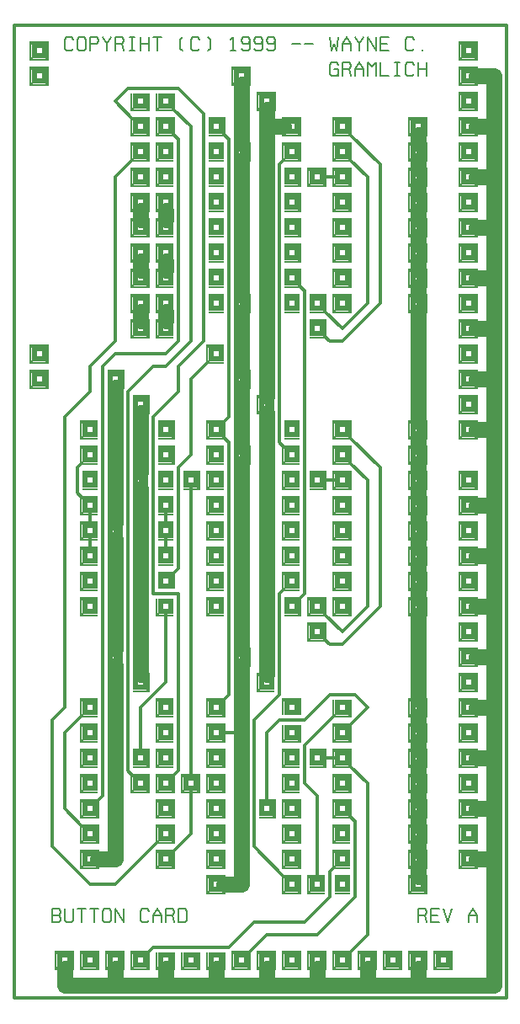
<source format=gtl>
%MOIN*%
%FSLAX23Y23*%
%ADD10C,.012*%
%ADD11C,.062*%
%ADD12C,.050X.024*%
%ADD13R,.062X.062X.024*%
%ADD14C,.016*%
%ADD15R,.008X.062*%
%ADD16R,.062X.008*%
%ADD17C,.008*%
%LPD*%
G90*X0Y0D02*X200Y50D02*D11*X400D01*X600D01*       
X800D01*X1000D01*X1200D01*X1400D01*X1600D01*      
X1900D01*Y550D01*X1831D01*D13*X1800D03*D14*       
X1831Y581D03*Y519D03*X1769Y581D03*Y519D03*D15*    
X1835Y550D03*X1765D03*D16*X1800Y585D03*Y515D03*   
X1900Y550D02*D11*Y750D01*X1831D01*D13*X1800D03*   
D14*X1831Y781D03*Y719D03*X1769Y781D03*Y719D03*D15*
X1835Y750D03*X1765D03*D16*X1800Y785D03*Y715D03*   
X1900Y750D02*D11*Y950D01*X1831D01*D13*X1800D03*   
D14*X1831Y981D03*Y919D03*X1769Y981D03*Y919D03*D15*
X1835Y950D03*X1765D03*D16*X1800Y985D03*Y915D03*   
X1900Y950D02*D11*Y1150D01*X1831D01*D13*X1800D03*  
D14*X1831Y1181D03*Y1119D03*X1769Y1181D03*Y1119D03*
D15*X1835Y1150D03*X1765D03*D16*X1800Y1185D03*     
Y1115D03*X1900Y1150D02*D11*Y1350D01*X1831D01*D13* 
X1800D03*D14*X1831Y1381D03*Y1319D03*X1769Y1381D03*
Y1319D03*D15*X1835Y1350D03*X1765D03*D16*          
X1800Y1385D03*Y1315D03*X1900Y1350D02*D11*Y1550D01*
X1831D01*D13*X1800D03*D14*X1831Y1581D03*Y1519D03* 
X1769Y1581D03*Y1519D03*D15*X1835Y1550D03*X1765D03*
D16*X1800Y1585D03*Y1515D03*X1900Y1550D02*D11*     
Y1750D01*X1831D01*D13*X1800D03*D14*X1831Y1781D03* 
Y1719D03*X1769Y1781D03*Y1719D03*D15*X1835Y1750D03*
X1765D03*D16*X1800Y1785D03*Y1715D03*X1900Y1750D02*
D11*Y1950D01*X1831D01*D13*X1800D03*D14*           
X1831Y1981D03*Y1919D03*X1769Y1981D03*Y1919D03*D15*
X1835Y1950D03*X1765D03*D16*X1800Y1985D03*Y1915D03*
X1900Y1950D02*D11*Y2250D01*X1831D01*D13*X1800D03* 
D14*X1831Y2281D03*Y2219D03*X1769Y2281D03*Y2219D03*
D15*X1835Y2250D03*X1765D03*D16*X1800Y2285D03*     
Y2215D03*X1900Y2250D02*D11*Y2450D01*X1831D01*D13* 
X1800D03*D14*X1831Y2481D03*Y2419D03*X1769Y2481D03*
Y2419D03*D15*X1835Y2450D03*X1765D03*D16*          
X1800Y2485D03*Y2415D03*X1900Y2450D02*D11*Y2650D01*
X1831D01*D13*X1800D03*D14*X1831Y2681D03*Y2619D03* 
X1769Y2681D03*Y2619D03*D15*X1835Y2650D03*X1765D03*
D16*X1800Y2685D03*Y2615D03*X1900Y2650D02*D11*     
Y2850D01*X1831D01*D13*X1800D03*D14*X1831Y2881D03* 
Y2819D03*X1769Y2881D03*Y2819D03*D15*X1835Y2850D03*
X1765D03*D16*X1800Y2885D03*Y2815D03*X1900Y2850D02*
D11*Y3050D01*X1831D01*D13*X1800D03*D14*           
X1831Y3081D03*Y3019D03*X1769Y3081D03*Y3019D03*D15*
X1835Y3050D03*X1765D03*D16*X1800Y3085D03*Y3015D03*
X1900Y3050D02*D11*Y3250D01*X1831D01*D13*X1800D03* 
D14*X1831Y3281D03*Y3219D03*X1769Y3281D03*Y3219D03*
D15*X1835Y3250D03*X1765D03*D16*X1800Y3285D03*     
Y3215D03*X1900Y3250D02*D11*Y3450D01*X1831D01*D13* 
X1800D03*D14*X1831Y3481D03*Y3419D03*X1769Y3481D03*
Y3419D03*D15*X1835Y3450D03*X1765D03*D16*          
X1800Y3485D03*Y3415D03*X1900Y3450D02*D11*Y3650D01*
X1831D01*D13*X1800D03*D14*X1831Y3681D03*Y3619D03* 
X1769Y3681D03*Y3619D03*D15*X1835Y3650D03*X1765D03*
D16*X1800Y3685D03*Y3615D03*D13*Y3750D03*D14*      
X1831Y3781D03*Y3719D03*X1769Y3781D03*Y3719D03*D15*
X1835Y3750D03*X1765D03*D16*X1800Y3785D03*Y3715D03*
D13*Y3550D03*D14*X1831Y3581D03*Y3519D03*          
X1769Y3581D03*Y3519D03*D15*X1835Y3550D03*X1765D03*
D16*X1800Y3585D03*Y3515D03*D13*X1600Y3450D03*D14* 
X1631Y3481D03*Y3419D03*X1569Y3481D03*Y3419D03*D15*
X1635Y3450D03*X1565D03*D16*X1600Y3485D03*Y3415D03*
Y3419D02*D11*Y3381D01*D13*Y3350D03*D14*           
X1631Y3381D03*Y3319D03*X1569Y3381D03*Y3319D03*D15*
X1635Y3350D03*X1565D03*D16*X1600Y3385D03*Y3315D03*
Y3319D02*D11*Y3281D01*D13*Y3250D03*D14*           
X1631Y3281D03*Y3219D03*X1569Y3281D03*Y3219D03*D15*
X1635Y3250D03*X1565D03*D16*X1600Y3285D03*Y3215D03*
Y3219D02*D11*Y3181D01*D13*Y3150D03*D14*           
X1631Y3181D03*Y3119D03*X1569Y3181D03*Y3119D03*D15*
X1635Y3150D03*X1565D03*D16*X1600Y3185D03*Y3115D03*
Y3119D02*D11*Y3081D01*D13*Y3050D03*D14*           
X1631Y3081D03*Y3019D03*X1569Y3081D03*Y3019D03*D15*
X1635Y3050D03*X1565D03*D16*X1600Y3085D03*Y3015D03*
Y3019D02*D11*Y2981D01*D13*Y2950D03*D14*           
X1631Y2981D03*Y2919D03*X1569Y2981D03*Y2919D03*D15*
X1635Y2950D03*X1565D03*D16*X1600Y2985D03*Y2915D03*
Y2919D02*D11*Y2881D01*D13*Y2850D03*D14*           
X1631Y2881D03*Y2819D03*X1569Y2881D03*Y2819D03*D15*
X1635Y2850D03*X1565D03*D16*X1600Y2885D03*Y2815D03*
Y2819D02*D11*Y2781D01*D13*Y2750D03*D14*           
X1631Y2781D03*Y2719D03*X1569Y2781D03*Y2719D03*D15*
X1635Y2750D03*X1565D03*D16*X1600Y2785D03*Y2715D03*
Y2719D02*D11*Y2281D01*D13*Y2250D03*D14*           
X1631Y2281D03*Y2219D03*X1569Y2281D03*Y2219D03*D15*
X1635Y2250D03*X1565D03*D16*X1600Y2285D03*Y2215D03*
Y2219D02*D11*Y2181D01*D13*Y2150D03*D14*           
X1631Y2181D03*Y2119D03*X1569Y2181D03*Y2119D03*D15*
X1635Y2150D03*X1565D03*D16*X1600Y2185D03*Y2115D03*
Y2119D02*D11*Y2081D01*D13*Y2050D03*D14*           
X1631Y2081D03*Y2019D03*X1569Y2081D03*Y2019D03*D15*
X1635Y2050D03*X1565D03*D16*X1600Y2085D03*Y2015D03*
Y2019D02*D11*Y1981D01*D13*Y1950D03*D14*           
X1631Y1981D03*Y1919D03*X1569Y1981D03*Y1919D03*D15*
X1635Y1950D03*X1565D03*D16*X1600Y1985D03*Y1915D03*
Y1919D02*D11*Y1881D01*D13*Y1850D03*D14*           
X1631Y1881D03*Y1819D03*X1569Y1881D03*Y1819D03*D15*
X1635Y1850D03*X1565D03*D16*X1600Y1885D03*Y1815D03*
Y1819D02*D11*Y1781D01*D13*Y1750D03*D14*           
X1631Y1781D03*Y1719D03*X1569Y1781D03*Y1719D03*D15*
X1635Y1750D03*X1565D03*D16*X1600Y1785D03*Y1715D03*
Y1719D02*D11*Y1681D01*D13*Y1650D03*D14*           
X1631Y1681D03*Y1619D03*X1569Y1681D03*Y1619D03*D15*
X1635Y1650D03*X1565D03*D16*X1600Y1685D03*Y1615D03*
Y1619D02*D11*Y1581D01*D13*Y1550D03*D14*           
X1631Y1581D03*Y1519D03*X1569Y1581D03*Y1519D03*D15*
X1635Y1550D03*X1565D03*D16*X1600Y1585D03*Y1515D03*
Y1519D02*D11*Y1181D01*D13*Y1150D03*D14*           
X1631Y1181D03*Y1119D03*X1569Y1181D03*Y1119D03*D15*
X1635Y1150D03*X1565D03*D16*X1600Y1185D03*Y1115D03*
Y1119D02*D11*Y1081D01*D13*Y1050D03*D14*           
X1631Y1081D03*Y1019D03*X1569Y1081D03*Y1019D03*D15*
X1635Y1050D03*X1565D03*D16*X1600Y1085D03*Y1015D03*
Y1019D02*D11*Y981D01*D13*Y950D03*D14*X1631Y981D03*
Y919D03*X1569Y981D03*Y919D03*D15*X1635Y950D03*    
X1565D03*D16*X1600Y985D03*Y915D03*Y919D02*D11*    
Y881D01*D13*Y850D03*D14*X1631Y881D03*Y819D03*     
X1569Y881D03*Y819D03*D15*X1635Y850D03*X1565D03*   
D16*X1600Y885D03*Y815D03*Y819D02*D11*Y781D01*D13* 
Y750D03*D14*X1631Y781D03*Y719D03*X1569Y781D03*    
Y719D03*D15*X1635Y750D03*X1565D03*D16*            
X1600Y785D03*Y715D03*Y719D02*D11*Y681D01*D13*     
Y650D03*D14*X1631Y681D03*Y619D03*X1569Y681D03*    
Y619D03*D15*X1635Y650D03*X1565D03*D16*            
X1600Y685D03*Y615D03*Y619D02*D11*Y581D01*D13*     
Y550D03*D14*X1631Y581D03*Y519D03*X1569Y581D03*    
Y519D03*D15*X1635Y550D03*X1565D03*D16*            
X1600Y585D03*Y515D03*Y519D02*D11*Y481D01*D13*     
Y450D03*D14*X1631Y481D03*Y419D03*X1569Y481D03*    
Y419D03*D15*X1635Y450D03*X1565D03*D16*            
X1600Y485D03*Y415D03*Y300D02*D17*Y354D01*X1627D01*
X1636Y345D01*Y336D01*X1627Y327D01*X1600D01*       
X1627D02*X1636Y300D01*X1686D02*X1650D01*Y354D01*  
X1686D01*X1650Y327D02*X1677D01*X1700Y354D02*      
X1718Y300D01*X1736Y354D01*X1800Y300D02*Y327D01*   
X1818Y354D01*X1836Y327D01*Y300D01*X1800Y327D02*   
X1836D01*D13*X1800Y650D03*D14*X1831Y681D03*       
Y619D03*X1769Y681D03*Y619D03*D15*X1835Y650D03*    
X1765D03*D16*X1800Y685D03*Y615D03*X1400Y250D02*   
D10*X1331Y181D01*D13*X1300Y150D03*D14*            
X1331Y181D03*Y119D03*X1269Y181D03*Y119D03*D15*    
X1335Y150D03*X1265D03*D16*X1300Y185D03*Y115D03*   
X1400Y50D02*D11*Y119D01*D13*Y150D03*D14*          
X1431Y181D03*Y119D03*X1369Y181D03*Y119D03*D15*    
X1435Y150D03*X1365D03*D16*X1400Y185D03*Y115D03*   
D13*X1500Y150D03*D14*X1531Y181D03*Y119D03*        
X1469Y181D03*Y119D03*D15*X1535Y150D03*X1465D03*   
D16*X1500Y185D03*Y115D03*X1400Y250D02*D10*Y850D01*
X1331Y919D01*D13*X1300Y950D03*D14*X1331Y981D03*   
Y919D03*X1269Y981D03*Y919D03*D15*X1335Y950D03*    
X1265D03*D16*X1300Y985D03*Y915D03*X1269Y950D02*   
D10*X1231D01*D13*X1200D03*D14*X1231Y981D03*       
Y919D03*D15*X1235Y950D03*D16*X1200Y985D03*Y915D03*
X1150Y1000D02*D10*Y850D01*X1200Y800D01*Y481D01*   
D13*Y450D03*D14*X1169Y481D03*Y419D03*D15*         
X1165Y450D03*D16*X1200Y485D03*Y415D03*            
X1250Y400D02*D10*X1150Y300D01*X950D01*X850Y200D01*
X550D01*X531Y181D01*D13*X500Y150D03*D14*          
X531Y181D03*Y119D03*X469Y181D03*Y119D03*D15*      
X535Y150D03*X465D03*D16*X500Y185D03*Y115D03*      
X600Y50D02*D11*Y119D01*D13*Y150D03*D14*           
X631Y119D03*X569D03*D15*X635Y150D03*X565D03*D16*  
X600Y115D03*D13*X700Y150D03*D14*X731Y119D03*      
X669D03*D15*X735Y150D03*X665D03*D16*X700Y115D03*  
X800Y50D02*D11*Y119D01*D13*Y150D03*D14*           
X831Y119D03*X769D03*D15*X835Y150D03*X765D03*D16*  
X800Y115D03*D13*X900Y150D03*D14*X931Y181D03*      
Y119D03*X869Y181D03*Y119D03*D15*X935Y150D03*      
X865D03*D16*X900Y185D03*Y115D03*X931Y181D02*D10*  
X1000Y250D01*X1200D01*X1350Y400D01*Y700D01*       
X1331Y719D01*D13*X1300Y750D03*D14*X1331Y781D03*   
Y719D03*X1269Y781D03*Y719D03*D15*X1335Y750D03*    
X1265D03*D16*X1300Y785D03*Y715D03*D13*Y850D03*D14*
X1331Y881D03*Y819D03*X1269Y881D03*Y819D03*D15*    
X1335Y850D03*X1265D03*D16*X1300Y885D03*Y815D03*   
D13*Y650D03*D14*X1269Y681D03*Y619D03*D15*         
X1265Y650D03*D16*X1300Y685D03*Y615D03*D13*        
X1100Y950D03*D14*X1069Y981D03*Y919D03*D15*        
X1065Y950D03*D16*X1100Y985D03*Y915D03*D13*Y550D03*
D14*X1131Y581D03*Y519D03*X1069Y581D03*Y519D03*D15*
X1135Y550D03*X1065D03*D16*X1100Y585D03*Y515D03*   
D13*Y850D03*D14*X1069Y881D03*Y819D03*D15*         
X1065Y850D03*D16*X1100Y885D03*Y815D03*D13*Y750D03*
D14*X1131Y781D03*Y719D03*X1069Y781D03*Y719D03*D15*
X1135Y750D03*X1065D03*D16*X1100Y785D03*Y715D03*   
D13*X1300Y550D03*D14*X1269Y581D03*Y519D03*D15*    
X1265Y550D03*D16*X1300Y585D03*Y515D03*            
X1269Y519D02*D10*X1250Y500D01*Y400D01*D13*        
X1300Y450D03*D16*Y485D03*Y415D03*D13*X1100Y450D03*
D14*X1131Y481D03*Y419D03*X1069Y481D03*Y419D03*D15*
X1135Y450D03*X1065D03*D16*X1100Y485D03*Y415D03*   
X1069Y481D02*D10*X950Y600D01*Y1100D01*            
X1050Y1200D01*Y1600D01*X1069Y1619D01*D13*         
X1100Y1650D03*D14*X1069Y1681D03*Y1619D03*D15*     
X1065Y1650D03*D16*X1100Y1685D03*Y1615D03*         
X1150Y1600D02*D10*X1131Y1581D01*D13*X1100Y1550D03*
D14*X1131Y1581D03*Y1519D03*D15*X1135Y1550D03*D16* 
X1100Y1585D03*Y1515D03*X1150Y1600D02*D10*Y2800D01*
X1131Y2819D01*D13*X1100Y2850D03*D14*X1131Y2881D03*
Y2819D03*D15*X1135Y2850D03*D16*X1100Y2885D03*     
Y2815D03*D13*X1200Y2750D03*D14*X1231Y2781D03*     
Y2719D03*D15*X1235Y2750D03*D16*X1200Y2785D03*     
Y2715D03*X1231Y2719D02*D10*X1300Y2650D01*         
X1400Y2750D01*Y3250D01*X1331Y3319D01*D13*         
X1300Y3350D03*D14*X1331Y3381D03*Y3319D03*         
X1269Y3381D03*Y3319D03*D15*X1335Y3350D03*X1265D03*
D16*X1300Y3385D03*Y3315D03*D13*X1200Y3250D03*D14* 
X1231Y3281D03*Y3219D03*X1169Y3281D03*Y3219D03*D15*
X1235Y3250D03*X1165D03*D16*X1200Y3285D03*Y3215D03*
X1231Y3250D02*D10*X1269D01*D13*X1300D03*D14*      
X1331Y3281D03*Y3219D03*X1269Y3281D03*Y3219D03*D15*
X1335Y3250D03*X1265D03*D16*X1300Y3285D03*Y3215D03*
D13*Y3150D03*D14*X1331Y3181D03*Y3119D03*          
X1269Y3181D03*Y3119D03*D15*X1335Y3150D03*X1265D03*
D16*X1300Y3185D03*Y3115D03*X1450Y3300D02*D10*     
Y2750D01*X1300Y2600D01*X1250D01*X1231Y2619D01*D13*
X1200Y2650D03*D14*X1231Y2681D03*Y2619D03*D15*     
X1235Y2650D03*D16*X1200Y2685D03*Y2615D03*D13*     
X1300Y2750D03*D14*X1331Y2781D03*Y2719D03*         
X1269Y2781D03*Y2719D03*D15*X1335Y2750D03*X1265D03*
D16*X1300Y2785D03*Y2715D03*D13*X1100Y2750D03*D16* 
Y2785D03*Y2715D03*D13*X1300Y2850D03*D14*          
X1331Y2881D03*Y2819D03*X1269Y2881D03*Y2819D03*D15*
X1335Y2850D03*X1265D03*D16*X1300Y2885D03*Y2815D03*
D13*X1000Y2350D03*D14*X969Y2381D03*Y2319D03*D15*  
X965Y2350D03*D16*X1000Y2385D03*Y2315D03*Y2319D02* 
D11*Y1281D01*D13*Y1250D03*D14*X969Y1281D03*       
Y1219D03*D15*X965Y1250D03*D16*X1000Y1285D03*      
Y1215D03*D13*X1100Y1150D03*D14*X1131Y1181D03*     
X1069D03*D15*X1135Y1150D03*X1065D03*D16*          
X1100Y1185D03*D13*X900Y1350D03*D14*X931Y1381D03*  
Y1319D03*D15*X935Y1350D03*D16*X900Y1385D03*       
Y1315D03*Y1319D02*D11*Y1050D01*Y450D01*X831D01*   
D13*X800D03*D14*X831Y481D03*Y419D03*X769Y481D03*  
Y419D03*D15*X835Y450D03*X765D03*D16*X800Y485D03*  
Y415D03*D13*Y550D03*D14*X831Y581D03*Y519D03*      
X769Y581D03*Y519D03*D15*X835Y550D03*X765D03*D16*  
X800Y585D03*Y515D03*D13*X600Y650D03*D14*          
X631Y681D03*Y619D03*X569Y681D03*Y619D03*D15*      
X635Y650D03*X565D03*D16*X600Y685D03*Y615D03*      
X569Y619D02*D10*X400Y450D01*X300D01*X150Y600D01*  
Y1100D01*X200Y1150D01*Y2300D01*X300Y2400D01*      
Y2500D01*X400Y2600D01*Y3250D01*X469Y3319D01*D13*  
X500Y3350D03*D14*X531Y3381D03*Y3319D03*           
X469Y3381D03*Y3319D03*D15*X535Y3350D03*X465D03*   
D16*X500Y3385D03*Y3315D03*D13*X600Y3250D03*D14*   
X569Y3281D03*Y3219D03*D15*X565Y3250D03*D16*       
X600Y3285D03*Y3215D03*D13*Y3450D03*D14*           
X631Y3481D03*Y3419D03*X569Y3481D03*Y3419D03*D15*  
X635Y3450D03*X565D03*D16*X600Y3485D03*Y3415D03*   
X631Y3419D02*D10*X650Y3400D01*Y2600D01*           
X600Y2550D01*X400D01*X350Y2500D01*Y800D01*        
X331Y781D01*D13*X300Y750D03*D14*X331Y781D03*      
Y719D03*X269Y781D03*Y719D03*D15*X335Y750D03*      
X265D03*D16*X300Y785D03*Y715D03*D13*Y850D03*D14*  
X269Y881D03*Y819D03*D15*X265Y850D03*D16*          
X300Y885D03*Y815D03*X200Y750D02*D10*X269Y681D01*  
D13*X300Y650D03*D14*X331Y681D03*Y619D03*          
X269Y681D03*Y619D03*D15*X335Y650D03*X265D03*D16*  
X300Y685D03*Y615D03*X400Y550D02*D11*X331D01*D13*  
X300D03*D14*X331Y581D03*Y519D03*X269Y581D03*      
Y519D03*D15*X335Y550D03*X265D03*D16*X300Y585D03*  
Y515D03*X400Y550D02*D11*Y1319D01*D13*Y1350D03*D16*
Y1385D03*Y1315D03*Y1381D02*D11*Y1819D01*D13*      
Y1850D03*D16*Y1885D03*Y1815D03*Y1881D02*D11*      
Y2419D01*D13*Y2450D03*D14*X431Y2481D03*Y2419D03*  
D15*X435Y2450D03*D16*X400Y2485D03*Y2415D03*       
X450Y2400D02*D10*Y900D01*X469Y881D01*D13*         
X500Y850D03*D14*X531Y881D03*Y819D03*X469Y881D03*  
Y819D03*D15*X535Y850D03*X465D03*D16*X500Y885D03*  
Y815D03*D13*X600Y750D03*D14*X631Y781D03*Y719D03*  
X569Y781D03*Y719D03*D15*X635Y750D03*X565D03*D16*  
X600Y785D03*Y715D03*D13*Y950D03*D14*X569Y981D03*  
Y919D03*D15*X565Y950D03*D16*X600Y985D03*Y915D03*  
D13*Y850D03*D14*X631Y881D03*Y819D03*X569Y881D03*  
Y819D03*D15*X635Y850D03*X565D03*D16*X600Y885D03*  
Y815D03*X631Y881D02*D10*X650Y900D01*Y1600D01*     
X550D01*Y2300D01*X650Y2400D01*Y2500D01*           
X750Y2600D01*Y3500D01*X650Y3600D01*X450D01*       
X400Y3550D01*X469Y3481D01*D13*X500Y3450D03*D14*   
X531Y3481D03*Y3419D03*X469Y3481D03*Y3419D03*D15*  
X535Y3450D03*X465D03*D16*X500Y3485D03*Y3415D03*   
D13*X600Y3350D03*D14*X569Y3381D03*Y3319D03*D15*   
X565Y3350D03*D16*X600Y3385D03*Y3315D03*D13*       
Y3550D03*D14*X631Y3519D03*X569D03*D15*            
X635Y3550D03*X565D03*D16*X600Y3515D03*            
X631Y3519D02*D10*X700Y3450D01*Y2600D01*           
X600Y2500D01*X550D01*X450Y2400D01*D13*            
X500Y2350D03*D14*X531Y2381D03*Y2319D03*D15*       
X535Y2350D03*D16*X500Y2385D03*Y2315D03*Y2319D02*  
D11*Y2081D01*D13*Y2050D03*D16*Y2085D03*Y2015D03*  
Y2019D02*D11*Y1281D01*D13*Y1250D03*D14*           
X531Y1281D03*Y1219D03*D15*X535Y1250D03*D16*       
X500Y1285D03*Y1215D03*D13*X600Y1150D03*D14*       
X569Y1181D03*Y1119D03*D15*X565Y1150D03*D16*       
X600Y1185D03*Y1115D03*Y1250D02*D10*X500Y1150D01*  
Y981D01*D13*Y950D03*D14*X531Y981D03*Y919D03*D15*  
X535Y950D03*D16*X500Y985D03*Y915D03*D13*          
X600Y1050D03*D14*X569Y1081D03*Y1019D03*D15*       
X565Y1050D03*D16*X600Y1085D03*Y1015D03*D13*       
X300Y1150D03*D14*X269Y1181D03*Y1119D03*D15*       
X265Y1150D03*D16*X300Y1185D03*Y1115D03*           
X269Y1119D02*D10*X200Y1050D01*Y750D01*D13*        
X300Y950D03*D14*X269Y981D03*Y919D03*D15*          
X265Y950D03*D16*X300Y985D03*Y915D03*D13*Y1050D03* 
D14*X269Y1081D03*Y1019D03*D15*X265Y1050D03*D16*   
X300Y1085D03*Y1015D03*D13*X600Y550D03*D14*        
X631Y581D03*Y519D03*X569Y581D03*Y519D03*D15*      
X635Y550D03*X565D03*D16*X600Y585D03*Y515D03*      
X631Y581D02*D10*X700Y650D01*Y819D01*D13*Y850D03*  
D14*X731Y881D03*Y819D03*X669Y881D03*Y819D03*D15*  
X735Y850D03*X665D03*D16*X700Y885D03*Y815D03*      
Y881D02*D10*Y2019D01*D13*Y2050D03*D14*            
X731Y2081D03*Y2019D03*D15*X735Y2050D03*D16*       
X700Y2085D03*Y2015D03*X650Y2100D02*D10*Y1700D01*  
X631Y1681D01*D13*X600Y1650D03*D14*X631Y1681D03*   
D15*X635Y1650D03*D16*X600Y1685D03*D13*Y1750D03*   
D16*Y1785D03*Y1715D03*Y1781D02*D10*Y1819D01*D13*  
Y1850D03*D16*Y1885D03*Y1815D03*Y1881D02*D10*      
Y1919D01*D13*Y1950D03*D16*Y1985D03*Y1915D03*D13*  
Y2050D03*D16*Y2085D03*Y2015D03*X650Y2100D02*D10*  
X700Y2150D01*Y2450D01*X769Y2519D01*D13*           
X800Y2550D03*D14*X769Y2581D03*Y2519D03*D15*       
X765Y2550D03*D16*X800Y2585D03*Y2515D03*D13*       
X900Y2450D03*D14*X931Y2481D03*Y2419D03*D15*       
X935Y2450D03*D16*X900Y2485D03*Y2415D03*Y2419D02*  
D11*Y2181D01*D13*Y2150D03*D14*X931Y2181D03*       
Y2119D03*D15*X935Y2150D03*D16*X900Y2185D03*       
Y2115D03*Y2119D02*D11*Y1381D01*X850Y1200D02*D10*  
X831Y1181D01*D13*X800Y1150D03*D14*X831Y1181D03*   
Y1119D03*X769Y1181D03*Y1119D03*D15*X835Y1150D03*  
X765D03*D16*X800Y1185D03*Y1115D03*X850Y1200D02*   
D10*Y2200D01*X831Y2219D01*D13*X800Y2250D03*D14*   
X831Y2281D03*Y2219D03*X769Y2281D03*Y2219D03*D15*  
X835Y2250D03*X765D03*D16*X800Y2285D03*Y2215D03*   
X831Y2281D02*D10*X850Y2300D01*Y3400D01*           
X831Y3419D01*D13*X800Y3450D03*D14*X831Y3481D03*   
Y3419D03*D15*X835Y3450D03*D16*X800Y3485D03*       
Y3415D03*D13*X900Y3350D03*D14*X931Y3381D03*       
Y3319D03*D15*X935Y3350D03*D16*X900Y3385D03*       
Y3315D03*Y3319D02*D11*Y2781D01*D13*Y2750D03*D14*  
X931Y2781D03*Y2719D03*D15*X935Y2750D03*D16*       
X900Y2785D03*Y2715D03*Y2719D02*D11*Y2481D01*      
X1000Y2381D02*Y3450D01*X1069D01*D13*X1100D03*D14* 
X1131Y3481D03*Y3419D03*X1069Y3481D03*Y3419D03*D15*
X1135Y3450D03*X1065D03*D16*X1100Y3485D03*Y3415D03*
D13*X1000Y3550D03*D14*X1031Y3581D03*Y3519D03*     
X969Y3581D03*Y3519D03*D15*X1035Y3550D03*X965D03*  
D16*X1000Y3585D03*Y3515D03*Y3519D02*D11*Y3450D01* 
D13*X1100Y3350D03*D14*X1131Y3381D03*Y3319D03*     
X1069Y3381D03*Y3319D03*D15*X1135Y3350D03*X1065D03*
D16*X1100Y3385D03*Y3315D03*X1069Y3319D02*D10*     
X1050Y3300D01*Y2200D01*X1069Y2181D01*D13*         
X1100Y2150D03*D14*X1069Y2181D03*Y2119D03*D15*     
X1065Y2150D03*D16*X1100Y2185D03*Y2115D03*D13*     
X1200Y2050D03*D14*X1231Y2081D03*Y2019D03*D15*     
X1235Y2050D03*D16*X1200Y2085D03*Y2015D03*         
X1231Y2050D02*D10*X1269D01*D13*X1300D03*D14*      
X1331Y2081D03*Y2019D03*X1269Y2081D03*Y2019D03*D15*
X1335Y2050D03*X1265D03*D16*X1300Y2085D03*Y2015D03*
X1400Y2050D02*D10*Y1550D01*X1300Y1450D01*         
X1231Y1519D01*D13*X1200Y1550D03*D14*X1231Y1581D03*
Y1519D03*X1169Y1581D03*Y1519D03*D15*X1235Y1550D03*
X1165D03*D16*X1200Y1585D03*Y1515D03*D13*          
X1300Y1650D03*D14*X1331Y1681D03*Y1619D03*         
X1269Y1681D03*Y1619D03*D15*X1335Y1650D03*X1265D03*
D16*X1300Y1685D03*Y1615D03*D13*Y1550D03*D14*      
X1331Y1581D03*Y1519D03*X1269Y1581D03*Y1519D03*D15*
X1335Y1550D03*X1265D03*D16*X1300Y1585D03*Y1515D03*
D13*X1200Y1450D03*D14*X1231Y1481D03*Y1419D03*     
X1169Y1481D03*Y1419D03*D15*X1235Y1450D03*X1165D03*
D16*X1200Y1485D03*Y1415D03*X1231Y1419D02*D10*     
X1250Y1400D01*X1300D01*X1450Y1550D01*Y2100D01*    
X1331Y2219D01*D13*X1300Y2250D03*D14*X1331Y2281D03*
Y2219D03*X1269Y2281D03*Y2219D03*D15*X1335Y2250D03*
X1265D03*D16*X1300Y2285D03*Y2215D03*D13*Y2150D03* 
D14*X1331Y2181D03*Y2119D03*X1269Y2181D03*Y2119D03*
D15*X1335Y2150D03*X1265D03*D16*X1300Y2185D03*     
Y2115D03*X1331Y2119D02*D10*X1400Y2050D01*D13*     
X1300Y1950D03*D14*X1331Y1981D03*Y1919D03*         
X1269Y1981D03*Y1919D03*D15*X1335Y1950D03*X1265D03*
D16*X1300Y1985D03*Y1915D03*D13*Y1850D03*D14*      
X1331Y1881D03*Y1819D03*X1269Y1881D03*Y1819D03*D15*
X1335Y1850D03*X1265D03*D16*X1300Y1885D03*Y1815D03*
D13*X1100Y1750D03*D14*X1069Y1781D03*Y1719D03*D15* 
X1065Y1750D03*D16*X1100Y1785D03*Y1715D03*D13*     
Y2250D03*D16*Y2285D03*Y2215D03*D13*X1300Y1750D03* 
D14*X1331Y1781D03*Y1719D03*X1269Y1781D03*Y1719D03*
D15*X1335Y1750D03*X1265D03*D16*X1300Y1785D03*     
Y1715D03*D13*X1100Y2050D03*D14*X1069Y2081D03*     
Y2019D03*D15*X1065Y2050D03*D16*X1100Y2085D03*     
Y2015D03*D13*Y1950D03*D14*X1069Y1981D03*Y1919D03* 
D15*X1065Y1950D03*D16*X1100Y1985D03*Y1915D03*D13* 
Y1850D03*D14*X1069Y1881D03*Y1819D03*D15*          
X1065Y1850D03*D16*X1100Y1885D03*Y1815D03*D13*     
X1800Y1650D03*D14*X1831Y1681D03*Y1619D03*         
X1769Y1681D03*Y1619D03*D15*X1835Y1650D03*X1765D03*
D16*X1800Y1685D03*Y1615D03*D13*Y1850D03*D14*      
X1831Y1881D03*Y1819D03*X1769Y1881D03*Y1819D03*D15*
X1835Y1850D03*X1765D03*D16*X1800Y1885D03*Y1815D03*
D13*Y2050D03*D14*X1831Y2081D03*Y2019D03*          
X1769Y2081D03*Y2019D03*D15*X1835Y2050D03*X1765D03*
D16*X1800Y2085D03*Y2015D03*D13*Y2350D03*D14*      
X1831Y2381D03*Y2319D03*X1769Y2381D03*Y2319D03*D15*
X1835Y2350D03*X1765D03*D16*X1800Y2385D03*Y2315D03*
D13*Y2550D03*D14*X1831Y2581D03*Y2519D03*          
X1769Y2581D03*Y2519D03*D15*X1835Y2550D03*X1765D03*
D16*X1800Y2585D03*Y2515D03*D13*X800Y2150D03*D14*  
X769Y2181D03*Y2119D03*D15*X765Y2150D03*D16*       
X800Y2185D03*Y2115D03*D13*Y2050D03*D14*           
X769Y2081D03*Y2019D03*D15*X765Y2050D03*D16*       
X800Y2085D03*Y2015D03*D13*Y1950D03*D14*           
X769Y1981D03*Y1919D03*D15*X765Y1950D03*D16*       
X800Y1985D03*Y1915D03*D13*Y1850D03*D14*           
X769Y1881D03*Y1819D03*D15*X765Y1850D03*D16*       
X800Y1885D03*Y1815D03*D13*Y1750D03*D14*           
X769Y1781D03*Y1719D03*D15*X765Y1750D03*D16*       
X800Y1785D03*Y1715D03*D13*Y1650D03*D14*           
X769Y1681D03*Y1619D03*D15*X765Y1650D03*D16*       
X800Y1685D03*Y1615D03*D13*X1800Y1450D03*D14*      
X1831Y1481D03*Y1419D03*X1769Y1481D03*Y1419D03*D15*
X1835Y1450D03*X1765D03*D16*X1800Y1485D03*Y1415D03*
D13*X800Y1550D03*D14*X769Y1581D03*Y1519D03*D15*   
X765Y1550D03*D16*X800Y1585D03*Y1515D03*D13*       
X1800Y2750D03*D14*X1831Y2781D03*Y2719D03*         
X1769Y2781D03*Y2719D03*D15*X1835Y2750D03*X1765D03*
D16*X1800Y2785D03*Y2715D03*D13*X800Y2750D03*D16*  
Y2785D03*Y2715D03*D13*X600Y2850D03*D14*           
X569Y2881D03*Y2819D03*D15*X565Y2850D03*D16*       
X600Y2885D03*Y2815D03*Y2881D02*D11*Y2919D01*D13*  
Y2950D03*D14*X569Y2981D03*Y2919D03*D15*           
X565Y2950D03*D16*X600Y2985D03*Y2915D03*D13*       
X500Y3050D03*D14*X531Y3081D03*Y3019D03*           
X469Y3081D03*Y3019D03*D15*X535Y3050D03*X465D03*   
D16*X500Y3085D03*Y3015D03*Y3081D02*D11*Y3119D01*  
D13*Y3150D03*D14*X531Y3181D03*Y3119D03*           
X469Y3181D03*Y3119D03*D15*X535Y3150D03*X465D03*   
D16*X500Y3185D03*Y3115D03*D13*X600Y3050D03*D14*   
X569Y3081D03*Y3019D03*D15*X565Y3050D03*D16*       
X600Y3085D03*Y3015D03*Y3081D02*D11*Y3119D01*D13*  
Y3150D03*D14*X569Y3181D03*Y3119D03*D15*           
X565Y3150D03*D16*X600Y3185D03*Y3115D03*D13*       
X500Y3250D03*D14*X531Y3281D03*Y3219D03*           
X469Y3281D03*Y3219D03*D15*X535Y3250D03*X465D03*   
D16*X500Y3285D03*Y3215D03*D13*X800Y2950D03*D16*   
Y2985D03*Y2915D03*D13*Y3350D03*D16*Y3385D03*      
Y3315D03*D13*Y3050D03*D16*Y3085D03*Y3015D03*D13*  
X500Y2950D03*D14*X531Y2981D03*Y2919D03*           
X469Y2981D03*Y2919D03*D15*X535Y2950D03*X465D03*   
D16*X500Y2985D03*Y2915D03*Y2919D02*D11*Y2881D01*  
D13*Y2850D03*D14*X531Y2881D03*Y2819D03*           
X469Y2881D03*Y2819D03*D15*X535Y2850D03*X465D03*   
D16*X500Y2885D03*Y2815D03*D13*X600Y2750D03*D14*   
X569Y2781D03*Y2719D03*D15*X565Y2750D03*D16*       
X600Y2785D03*Y2715D03*Y2719D02*D11*Y2681D01*D13*  
Y2650D03*D14*X569Y2681D03*Y2619D03*D15*           
X565Y2650D03*D16*X600Y2685D03*Y2615D03*D13*       
X500Y2750D03*D14*X531Y2781D03*Y2719D03*           
X469Y2781D03*Y2719D03*D15*X535Y2750D03*X465D03*   
D16*X500Y2785D03*Y2715D03*Y2719D02*D11*Y2681D01*  
D13*Y2650D03*D14*X531Y2681D03*Y2619D03*           
X469Y2681D03*Y2619D03*D15*X535Y2650D03*X465D03*   
D16*X500Y2685D03*Y2615D03*D13*X800Y2850D03*D16*   
Y2885D03*Y2815D03*D13*X300Y2250D03*D14*           
X269Y2281D03*Y2219D03*D15*X265Y2250D03*D16*       
X300Y2285D03*Y2215D03*D13*X100Y2550D03*D14*       
X131Y2581D03*Y2519D03*X69Y2581D03*Y2519D03*D15*   
X135Y2550D03*X65D03*D16*X100Y2585D03*Y2515D03*D13*
X600Y2250D03*D14*X631Y2281D03*Y2219D03*D15*       
X635Y2250D03*D16*X600Y2285D03*Y2215D03*D13*       
X100Y2450D03*D14*X131Y2481D03*Y2419D03*           
X69Y2481D03*Y2419D03*D15*X135Y2450D03*X65D03*D16* 
X100Y2485D03*Y2415D03*D13*X800Y3150D03*D16*       
Y3185D03*Y3115D03*D13*X300Y2150D03*D14*           
X269Y2181D03*Y2119D03*D15*X265Y2150D03*D16*       
X300Y2185D03*Y2115D03*X269Y2119D02*D10*           
X250Y2100D01*Y2000D01*X269Y1981D01*D13*           
X300Y1950D03*D14*X269Y1981D03*Y1919D03*D15*       
X265Y1950D03*D16*X300Y1985D03*Y1915D03*Y1919D02*  
D10*Y1881D01*D13*Y1850D03*D14*X269Y1881D03*       
Y1819D03*D15*X265Y1850D03*D16*X300Y1885D03*       
Y1815D03*Y1819D02*D10*Y1781D01*D13*Y1750D03*D14*  
X269Y1781D03*Y1719D03*D15*X265Y1750D03*D16*       
X300Y1785D03*Y1715D03*D13*Y1650D03*D14*           
X269Y1681D03*Y1619D03*D15*X265Y1650D03*D16*       
X300Y1685D03*Y1615D03*D13*Y1550D03*D14*           
X269Y1581D03*Y1519D03*D15*X265Y1550D03*D16*       
X300Y1585D03*Y1515D03*D13*X600Y1550D03*D14*       
X569Y1519D03*D15*X565Y1550D03*D16*X600Y1515D03*   
Y1519D02*D10*Y1250D01*D13*X800Y1050D03*D14*       
X831Y1081D03*Y1019D03*X769Y1081D03*Y1019D03*D15*  
X835Y1050D03*X765D03*D16*X800Y1085D03*Y1015D03*   
X831Y1050D02*D10*X900D01*D13*X800Y950D03*D14*     
X831Y981D03*Y919D03*X769Y981D03*Y919D03*D15*      
X835Y950D03*X765D03*D16*X800Y985D03*Y915D03*      
X1000Y1050D02*D10*Y781D01*D13*Y750D03*D14*        
X1031Y781D03*Y719D03*D15*X1035Y750D03*D16*        
X1000Y785D03*Y715D03*D13*X1100Y650D03*D14*        
X1131Y681D03*Y619D03*X1069Y681D03*Y619D03*D15*    
X1135Y650D03*X1065D03*D16*X1100Y685D03*Y615D03*   
D13*X800Y850D03*D14*X831Y881D03*Y819D03*          
X769Y881D03*Y819D03*D15*X835Y850D03*X765D03*D16*  
X800Y885D03*Y815D03*D13*Y750D03*D14*X831Y781D03*  
Y719D03*X769Y781D03*Y719D03*D15*X835Y750D03*      
X765D03*D16*X800Y785D03*Y715D03*D13*Y650D03*D14*  
X831Y681D03*Y619D03*X769Y681D03*Y619D03*D15*      
X835Y650D03*X765D03*D16*X800Y685D03*Y615D03*      
X1150Y1000D02*D10*X1269Y1119D01*D13*X1300Y1150D03*
D14*X1331Y1119D03*X1269D03*D15*X1335Y1150D03*     
X1265D03*D16*X1300Y1115D03*X1350Y1200D02*D10*     
X1400Y1150D01*X1331Y1081D01*D13*X1300Y1050D03*D14*
X1331Y1081D03*Y1019D03*X1269Y1081D03*Y1019D03*D15*
X1335Y1050D03*X1265D03*D16*X1300Y1085D03*Y1015D03*
X1350Y1200D02*D10*X1250D01*X1150Y1100D01*X1050D01*
X1000Y1050D01*D13*X1100D03*D14*X1131Y1019D03*     
X1069D03*D15*X1135Y1050D03*X1065D03*D16*          
X1100Y1015D03*X1600Y300D02*D17*Y354D01*X1627D01*  
X1636Y345D01*Y336D01*X1627Y327D01*X1600D01*       
X1627D02*X1636Y300D01*X1686D02*X1650D01*Y354D01*  
X1686D01*X1650Y327D02*X1677D01*X1700Y354D02*      
X1718Y300D01*X1736Y354D01*X1800Y300D02*Y327D01*   
X1818Y354D01*X1836Y327D01*Y300D01*X1800Y327D02*   
X1836D01*D13*X1800Y850D03*D14*X1831Y881D03*       
Y819D03*X1769Y881D03*Y819D03*D15*X1835Y850D03*    
X1765D03*D16*X1800Y885D03*Y815D03*D13*Y1050D03*   
D14*X1831Y1081D03*Y1019D03*X1769Y1081D03*Y1019D03*
D15*X1835Y1050D03*X1765D03*D16*X1800Y1085D03*     
Y1015D03*D13*Y1250D03*D14*X1831Y1281D03*Y1219D03* 
X1769Y1281D03*Y1219D03*D15*X1835Y1250D03*X1765D03*
D16*X1800Y1285D03*Y1215D03*X150Y300D02*D17*       
Y354D01*X177D01*X186Y345D01*Y336D01*X177Y327D01*  
X186Y318D01*Y309D01*X177Y300D01*X150D01*Y327D02*  
X177D01*X236Y354D02*Y309D01*X227Y300D01*X209D01*  
X200Y309D01*Y354D01*X268Y300D02*Y354D01*X250D02*  
X286D01*X318Y300D02*Y354D01*X300D02*X336D01*      
X386Y309D02*X377Y300D01*X359D01*X350Y309D01*      
Y345D01*X359Y354D01*X377D01*X386Y345D01*Y309D01*  
X400Y300D02*Y354D01*X436Y300D01*Y354D01*          
X536Y309D02*X527Y300D01*X509D01*X500Y309D01*      
Y345D01*X509Y354D01*X527D01*X536Y345D01*          
X550Y300D02*Y327D01*X568Y354D01*X586Y327D01*      
Y300D01*X550Y327D02*X586D01*X600Y300D02*Y354D01*  
X627D01*X636Y345D01*Y336D01*X627Y327D01*X600D01*  
X627D02*X636Y300D01*X650D02*Y354D01*X677D01*      
X686Y345D01*Y309D01*X677Y300D01*X650D01*D13*      
X200Y150D03*D14*X231Y181D03*Y119D03*X169Y181D03*  
Y119D03*D15*X235Y150D03*X165D03*D16*X200Y185D03*  
Y115D03*Y119D02*D11*Y50D01*D13*X300Y150D03*D14*   
X331Y181D03*Y119D03*X269Y181D03*Y119D03*D15*      
X335Y150D03*X265D03*D16*X300Y185D03*Y115D03*      
X400Y50D02*D11*Y119D01*D13*Y150D03*D14*           
X431Y181D03*Y119D03*X369Y181D03*Y119D03*D15*      
X435Y150D03*X365D03*D16*X400Y185D03*Y115D03*      
X150Y300D02*D17*Y354D01*X177D01*X186Y345D01*      
Y336D01*X177Y327D01*X186Y318D01*Y309D01*          
X177Y300D01*X150D01*Y327D02*X177D01*X236Y354D02*  
Y309D01*X227Y300D01*X209D01*X200Y309D01*Y354D01*  
X268Y300D02*Y354D01*X250D02*X286D01*X318Y300D02*  
Y354D01*X300D02*X336D01*X386Y309D02*X377Y300D01*  
X359D01*X350Y309D01*Y345D01*X359Y354D01*X377D01*  
X386Y345D01*Y309D01*X400Y300D02*Y354D01*          
X436Y300D01*Y354D01*X536Y309D02*X527Y300D01*      
X509D01*X500Y309D01*Y345D01*X509Y354D01*X527D01*  
X536Y345D01*X550Y300D02*Y327D01*X568Y354D01*      
X586Y327D01*Y300D01*X550Y327D02*X586D01*          
X600Y300D02*Y354D01*X627D01*X636Y345D01*Y336D01*  
X627Y327D01*X600D01*X627D02*X636Y300D01*X650D02*  
Y354D01*X677D01*X686Y345D01*Y309D01*X677Y300D01*  
X650D01*X0Y0D02*D10*X1950D01*Y3850D01*X0D01*Y0D01*
X150Y300D02*D17*Y354D01*X177D01*X186Y345D01*      
Y336D01*X177Y327D01*X186Y318D01*Y309D01*          
X177Y300D01*X150D01*Y327D02*X177D01*X236Y354D02*  
Y309D01*X227Y300D01*X209D01*X200Y309D01*Y354D01*  
X268Y300D02*Y354D01*X250D02*X286D01*X318Y300D02*  
Y354D01*X300D02*X336D01*X386Y309D02*X377Y300D01*  
X359D01*X350Y309D01*Y345D01*X359Y354D01*X377D01*  
X386Y345D01*Y309D01*X400Y300D02*Y354D01*          
X436Y300D01*Y354D01*X536Y309D02*X527Y300D01*      
X509D01*X500Y309D01*Y345D01*X509Y354D01*X527D01*  
X536Y345D01*X550Y300D02*Y327D01*X568Y354D01*      
X586Y327D01*Y300D01*X550Y327D02*X586D01*          
X600Y300D02*Y354D01*X627D01*X636Y345D01*Y336D01*  
X627Y327D01*X600D01*X627D02*X636Y300D01*X650D02*  
Y354D01*X677D01*X686Y345D01*Y309D01*X677Y300D01*  
X650D01*X1000Y50D02*D11*Y119D01*D13*Y150D03*D14*  
X1031Y181D03*Y119D03*X969Y181D03*Y119D03*D15*     
X1035Y150D03*X965D03*D16*X1000Y185D03*Y115D03*D13*
X1100Y150D03*D14*X1131Y181D03*Y119D03*            
X1069Y181D03*Y119D03*D15*X1135Y150D03*X1065D03*   
D16*X1100Y185D03*Y115D03*X1200Y50D02*D11*Y119D01* 
D13*Y150D03*D14*X1231Y181D03*Y119D03*X1169Y181D03*
Y119D03*D15*X1235Y150D03*X1165D03*D16*            
X1200Y185D03*Y115D03*X1600Y50D02*D11*Y119D01*D13* 
Y150D03*D14*X1631Y181D03*Y119D03*X1569Y181D03*    
Y119D03*D15*X1635Y150D03*X1565D03*D16*            
X1600Y185D03*Y115D03*D13*X1700Y150D03*D14*        
X1731Y181D03*Y119D03*X1669Y181D03*Y119D03*D15*    
X1735Y150D03*X1665D03*D16*X1700Y185D03*Y115D03*   
X1600Y300D02*D17*Y354D01*X1627D01*X1636Y345D01*   
Y336D01*X1627Y327D01*X1600D01*X1627D02*           
X1636Y300D01*X1686D02*X1650D01*Y354D01*X1686D01*  
X1650Y327D02*X1677D01*X1700Y354D02*X1718Y300D01*  
X1736Y354D01*X1800Y300D02*Y327D01*X1818Y354D01*   
X1836Y327D01*Y300D01*X1800Y327D02*X1836D01*       
X150Y300D02*Y354D01*X177D01*X186Y345D01*Y336D01*  
X177Y327D01*X186Y318D01*Y309D01*X177Y300D01*      
X150D01*Y327D02*X177D01*X236Y354D02*Y309D01*      
X227Y300D01*X209D01*X200Y309D01*Y354D01*          
X268Y300D02*Y354D01*X250D02*X286D01*X318Y300D02*  
Y354D01*X300D02*X336D01*X386Y309D02*X377Y300D01*  
X359D01*X350Y309D01*Y345D01*X359Y354D01*X377D01*  
X386Y345D01*Y309D01*X400Y300D02*Y354D01*          
X436Y300D01*Y354D01*X536Y309D02*X527Y300D01*      
X509D01*X500Y309D01*Y345D01*X509Y354D01*X527D01*  
X536Y345D01*X550Y300D02*Y327D01*X568Y354D01*      
X586Y327D01*Y300D01*X550Y327D02*X586D01*          
X600Y300D02*Y354D01*X627D01*X636Y345D01*Y336D01*  
X627Y327D01*X600D01*X627D02*X636Y300D01*X650D02*  
Y354D01*X677D01*X686Y345D01*Y309D01*X677Y300D01*  
X650D01*D13*X300Y2050D03*D16*Y2085D03*Y2015D03*   
D13*X600Y2150D03*D14*X631Y2181D03*Y2119D03*D15*   
X635Y2150D03*D16*X600Y2185D03*Y2115D03*D13*       
X1800Y2950D03*D14*X1831Y2981D03*Y2919D03*         
X1769Y2981D03*Y2919D03*D15*X1835Y2950D03*X1765D03*
D16*X1800Y2985D03*Y2915D03*D13*X1300Y2950D03*D14* 
X1331Y2981D03*Y2919D03*X1269Y2981D03*Y2919D03*D15*
X1335Y2950D03*X1265D03*D16*X1300Y2985D03*Y2915D03*
D13*X1100Y2950D03*D14*X1131Y2981D03*Y2919D03*D15* 
X1135Y2950D03*D16*X1100Y2985D03*Y2915D03*D13*     
X1300Y3050D03*D14*X1331Y3081D03*Y3019D03*         
X1269Y3081D03*Y3019D03*D15*X1335Y3050D03*X1265D03*
D16*X1300Y3085D03*Y3015D03*D13*X1100Y3050D03*D14* 
X1131Y3081D03*Y3019D03*D15*X1135Y3050D03*D16*     
X1100Y3085D03*Y3015D03*D13*X1800Y3150D03*D14*     
X1831Y3181D03*Y3119D03*X1769Y3181D03*Y3119D03*D15*
X1835Y3150D03*X1765D03*D16*X1800Y3185D03*Y3115D03*
D13*X1100Y3150D03*D14*X1131Y3181D03*Y3119D03*D15* 
X1135Y3150D03*D16*X1100Y3185D03*Y3115D03*D13*     
Y3250D03*D14*X1131Y3281D03*Y3219D03*D15*          
X1135Y3250D03*D16*X1100Y3285D03*Y3215D03*D13*     
X800Y3250D03*D16*Y3285D03*Y3215D03*X1450Y3300D02* 
D10*X1331Y3419D01*D13*X1300Y3450D03*D14*          
X1331Y3481D03*Y3419D03*X1269Y3481D03*Y3419D03*D15*
X1335Y3450D03*X1265D03*D16*X1300Y3485D03*Y3415D03*
X1286Y3659D02*D17*X1277Y3650D01*X1259D01*         
X1250Y3659D01*Y3695D01*X1259Y3704D01*X1277D01*    
X1286Y3695D01*X1268Y3677D02*X1286D01*Y3650D01*    
X1300D02*Y3704D01*X1327D01*X1336Y3695D01*Y3686D01*
X1327Y3677D01*X1300D01*X1327D02*X1336Y3650D01*    
X1350D02*Y3677D01*X1368Y3704D01*X1386Y3677D01*    
Y3650D01*X1350Y3677D02*X1386D01*X1400Y3650D02*    
Y3704D01*X1418Y3686D01*X1436Y3704D01*Y3650D01*    
X1450Y3704D02*Y3650D01*X1486D01*X1518D02*Y3704D01*
X1509Y3650D02*X1527D01*X1509Y3704D02*X1527D01*    
X1586Y3659D02*X1577Y3650D01*X1559D01*             
X1550Y3659D01*Y3695D01*X1559Y3704D01*X1577D01*    
X1586Y3695D01*X1600Y3650D02*Y3704D01*             
X1636Y3650D02*Y3704D01*X1600Y3677D02*X1636D01*D13*
X900Y3650D03*D14*X931Y3681D03*Y3619D03*           
X869Y3681D03*Y3619D03*D15*X935Y3650D03*X865D03*   
D16*X900Y3685D03*Y3615D03*Y3619D02*D11*Y3381D01*  
X1286Y3659D02*D17*X1277Y3650D01*X1259D01*         
X1250Y3659D01*Y3695D01*X1259Y3704D01*X1277D01*    
X1286Y3695D01*X1268Y3677D02*X1286D01*Y3650D01*    
X1300D02*Y3704D01*X1327D01*X1336Y3695D01*Y3686D01*
X1327Y3677D01*X1300D01*X1327D02*X1336Y3650D01*    
X1350D02*Y3677D01*X1368Y3704D01*X1386Y3677D01*    
Y3650D01*X1350Y3677D02*X1386D01*X1400Y3650D02*    
Y3704D01*X1418Y3686D01*X1436Y3704D01*Y3650D01*    
X1450Y3704D02*Y3650D01*X1486D01*X1518D02*Y3704D01*
X1509Y3650D02*X1527D01*X1509Y3704D02*X1527D01*    
X1586Y3659D02*X1577Y3650D01*X1559D01*             
X1550Y3659D01*Y3695D01*X1559Y3704D01*X1577D01*    
X1586Y3695D01*X1600Y3650D02*Y3704D01*             
X1636Y3650D02*Y3704D01*X1600Y3677D02*X1636D01*D13*
X500Y3550D03*D14*X531Y3519D03*X469D03*D15*        
X535Y3550D03*X465D03*D16*X500Y3515D03*            
X236Y3759D02*D17*X227Y3750D01*X209D01*            
X200Y3759D01*Y3795D01*X209Y3804D01*X227D01*       
X236Y3795D01*X286Y3759D02*X277Y3750D01*X259D01*   
X250Y3759D01*Y3795D01*X259Y3804D01*X277D01*       
X286Y3795D01*Y3759D01*X300Y3750D02*Y3804D01*      
X327D01*X336Y3795D01*Y3786D01*X327Y3777D01*       
X300D01*X350Y3804D02*X368Y3777D01*X386Y3804D01*   
X368Y3777D02*Y3750D01*X400D02*Y3804D01*X427D01*   
X436Y3795D01*Y3786D01*X427Y3777D01*X400D01*       
X427D02*X436Y3750D01*X468D02*Y3804D01*            
X459Y3750D02*X477D01*X459Y3804D02*X477D01*        
X500Y3750D02*Y3804D01*X536Y3750D02*Y3804D01*      
X500Y3777D02*X536D01*X568Y3750D02*Y3804D01*       
X550D02*X586D01*X668D02*X659Y3795D01*Y3759D01*    
X668Y3750D01*X736Y3759D02*X727Y3750D01*X709D01*   
X700Y3759D01*Y3795D01*X709Y3804D01*X727D01*       
X736Y3795D01*X768Y3804D02*X777Y3795D01*Y3759D01*  
X768Y3750D01*X859Y3795D02*X868Y3804D01*Y3750D01*  
X859D02*X877D01*X936Y3786D02*X927Y3777D01*X909D01*
X900Y3786D01*Y3795D01*X909Y3804D01*X927D01*       
X936Y3795D01*Y3759D01*X927Y3750D01*X909D01*       
X900Y3759D01*X986Y3786D02*X977Y3777D01*X959D01*   
X950Y3786D01*Y3795D01*X959Y3804D01*X977D01*       
X986Y3795D01*Y3759D01*X977Y3750D01*X959D01*       
X950Y3759D01*X1036Y3786D02*X1027Y3777D01*X1009D01*
X1000Y3786D01*Y3795D01*X1009Y3804D01*X1027D01*    
X1036Y3795D01*Y3759D01*X1027Y3750D01*X1009D01*    
X1000Y3759D01*X1100Y3777D02*X1136D01*X1150D02*    
X1186D01*X1250Y3804D02*X1259Y3750D01*             
X1268Y3777D01*X1277Y3750D01*X1286Y3804D01*        
X1300Y3750D02*Y3777D01*X1318Y3804D01*             
X1336Y3777D01*Y3750D01*X1300Y3777D02*X1336D01*    
X1350Y3804D02*X1368Y3777D01*X1386Y3804D01*        
X1368Y3777D02*Y3750D01*X1400D02*Y3804D01*         
X1436Y3750D01*Y3804D01*X1486Y3750D02*X1450D01*    
Y3804D01*X1486D01*X1450Y3777D02*X1477D01*         
X1586Y3759D02*X1577Y3750D01*X1559D01*             
X1550Y3759D01*Y3795D01*X1559Y3804D01*X1577D01*    
X1586Y3795D01*X1618Y3750D03*D13*X100D03*D14*      
X131Y3781D03*Y3719D03*X69Y3781D03*Y3719D03*D15*   
X135Y3750D03*X65D03*D16*X100Y3785D03*Y3715D03*D13*
Y3650D03*D14*X131Y3681D03*Y3619D03*X69Y3681D03*   
Y3619D03*D15*X135Y3650D03*X65D03*D16*X100Y3685D03*
Y3615D03*D13*X1800Y3350D03*D14*X1831Y3381D03*     
Y3319D03*X1769Y3381D03*Y3319D03*D15*X1835Y3350D03*
X1765D03*D16*X1800Y3385D03*Y3315D03*X150Y300D02*  
D17*Y354D01*X177D01*X186Y345D01*Y336D01*          
X177Y327D01*X186Y318D01*Y309D01*X177Y300D01*      
X150D01*Y327D02*X177D01*X236Y354D02*Y309D01*      
X227Y300D01*X209D01*X200Y309D01*Y354D01*          
X268Y300D02*Y354D01*X250D02*X286D01*X318Y300D02*  
Y354D01*X300D02*X336D01*X386Y309D02*X377Y300D01*  
X359D01*X350Y309D01*Y345D01*X359Y354D01*X377D01*  
X386Y345D01*Y309D01*X400Y300D02*Y354D01*          
X436Y300D01*Y354D01*X536Y309D02*X527Y300D01*      
X509D01*X500Y309D01*Y345D01*X509Y354D01*X527D01*  
X536Y345D01*X550Y300D02*Y327D01*X568Y354D01*      
X586Y327D01*Y300D01*X550Y327D02*X586D01*          
X600Y300D02*Y354D01*X627D01*X636Y345D01*Y336D01*  
X627Y327D01*X600D01*X627D02*X636Y300D01*X650D02*  
Y354D01*X677D01*X686Y345D01*Y309D01*X677Y300D01*  
X650D01*X1600D02*Y354D01*X1627D01*X1636Y345D01*   
Y336D01*X1627Y327D01*X1600D01*X1627D02*           
X1636Y300D01*X1686D02*X1650D01*Y354D01*X1686D01*  
X1650Y327D02*X1677D01*X1700Y354D02*X1718Y300D01*  
X1736Y354D01*X1800Y300D02*Y327D01*X1818Y354D01*   
X1836Y327D01*Y300D01*X1800Y327D02*X1836D01*M02*   

</source>
